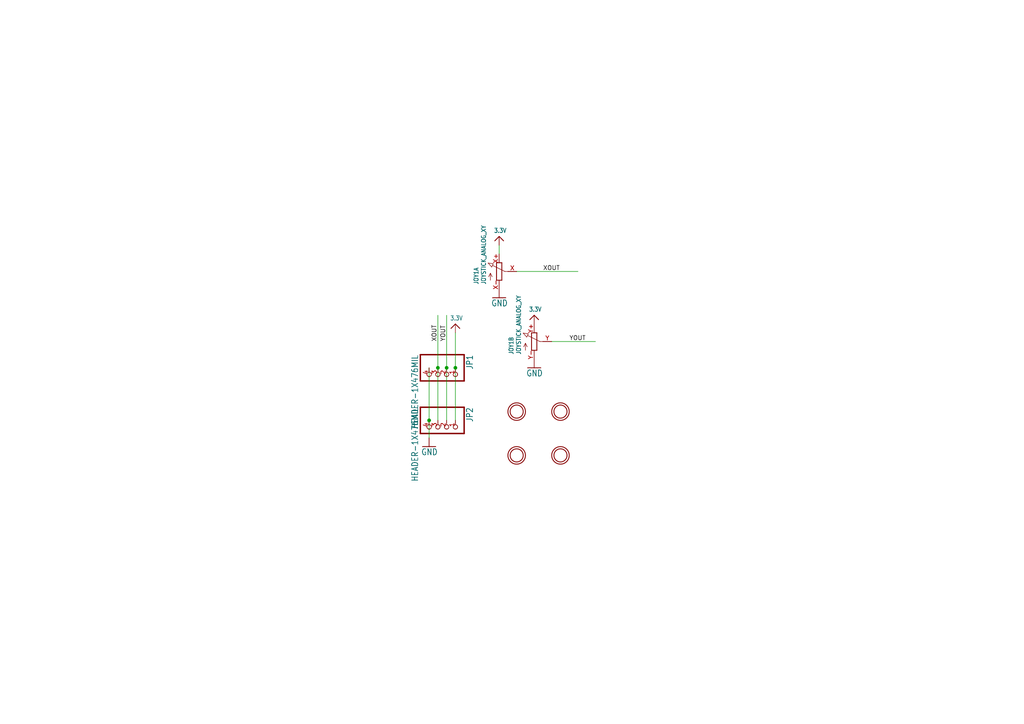
<source format=kicad_sch>
(kicad_sch (version 20211123) (generator eeschema)
  (paper "A4")
  (lib_symbols
    (symbol "eagleSchem-eagle-import:3.3V" (power)
      (property "Value" "3.3V" (at -1.524 1.016 0))
      (symbol "3.3V_1_0"
        (polyline (pts (xy -1.27 -1.27) (xy 0 0)) (stroke (width 0.254)))
        (polyline (pts (xy 0 0) (xy 1.27 -1.27)) (stroke (width 0.254)))
        (pin power_in line (at 0 -2.54 90) (length 2.54) (name "3.3V") (number "1"))
      )
    )
    (symbol "eagleSchem-eagle-import:GND" (power)
      (property "Value" "GND" (at -2.54 -2.54 0))
      (symbol "GND_1_0"
        (polyline (pts (xy -1.905 0) (xy 1.905 0)) (stroke (width 0.254)))
        (pin power_in line (at 0 2.54 270) (length 2.54) (name "GND") (number "1"))
      )
    )
    (symbol "eagleSchem-eagle-import:HEADER-1X476MIL"
      (property "Reference" "JP" (at -6.35 8.255 0))
      (property "Value" "HEADER-1X476MIL" (at -6.35 -7.62 0))
      (symbol "HEADER-1X476MIL_1_0"
        (polyline (pts (xy -6.35 -5.08) (xy 1.27 -5.08)) (stroke (width 0.4064)))
        (polyline (pts (xy -6.35 7.62) (xy -6.35 -5.08)) (stroke (width 0.4064)))
        (polyline (pts (xy 1.27 -5.08) (xy 1.27 7.62)) (stroke (width 0.4064)))
        (polyline (pts (xy 1.27 7.62) (xy -6.35 7.62)) (stroke (width 0.4064)))
        (pin passive inverted (at -2.54 5.08 0) (length 2.54) (name "1") (number "1"))
        (pin passive inverted (at -2.54 2.54 0) (length 2.54) (name "2") (number "2"))
        (pin passive inverted (at -2.54 0 0) (length 2.54) (name "3") (number "3"))
        (pin passive inverted (at -2.54 -2.54 0) (length 2.54) (name "4") (number "4"))
      )
    )
    (symbol "eagleSchem-eagle-import:JOYSTICK_ANALOG_XY"
      (property "Reference" "JOY" (at -5.969 -3.81 90))
      (property "Value" "JOYSTICK_ANALOG_XY" (at -3.81 -3.81 90))
      (symbol "JOYSTICK_ANALOG_XY_1_0"
        (polyline (pts (xy -3.1989 2.4495) (xy -1.7018 2.2352)) (stroke (width 0.1524)))
        (polyline (pts (xy -2.54 -2.54) (xy -2.54 -0.508)) (stroke (width 0.1524)))
        (polyline (pts (xy -2.54 -0.508) (xy -3.048 -1.524)) (stroke (width 0.1524)))
        (polyline (pts (xy -2.54 -0.508) (xy -2.032 -1.524)) (stroke (width 0.1524)))
        (polyline (pts (xy -2.1597 1.2939) (xy -3.1989 2.4495)) (stroke (width 0.1524)))
        (polyline (pts (xy -2.1597 1.2939) (xy -1.7018 2.2352)) (stroke (width 0.1524)))
        (polyline (pts (xy -0.762 -2.54) (xy 0.762 -2.54)) (stroke (width 0.254)))
        (polyline (pts (xy -0.762 2.54) (xy -0.762 -2.54)) (stroke (width 0.254)))
        (polyline (pts (xy 0.762 -2.54) (xy 0.762 2.54)) (stroke (width 0.254)))
        (polyline (pts (xy 0.762 2.54) (xy -0.762 2.54)) (stroke (width 0.254)))
        (polyline (pts (xy 1.651 0) (xy -1.8796 1.7526)) (stroke (width 0.1524)))
        (polyline (pts (xy 2.54 0) (xy 1.651 0)) (stroke (width 0.1524)))
        (pin passive line (at 5.08 0 180) (length 2.54) (name "S") (number "X"))
        (pin passive line (at 0 5.08 270) (length 2.54) (name "E") (number "X+"))
        (pin passive line (at 0 -5.08 90) (length 2.54) (name "A") (number "X-"))
      )
      (symbol "JOYSTICK_ANALOG_XY_2_0"
        (polyline (pts (xy -3.1989 2.4495) (xy -1.7018 2.2352)) (stroke (width 0.1524)))
        (polyline (pts (xy -2.54 -2.54) (xy -2.54 -0.508)) (stroke (width 0.1524)))
        (polyline (pts (xy -2.54 -0.508) (xy -3.048 -1.524)) (stroke (width 0.1524)))
        (polyline (pts (xy -2.54 -0.508) (xy -2.032 -1.524)) (stroke (width 0.1524)))
        (polyline (pts (xy -2.1597 1.2939) (xy -3.1989 2.4495)) (stroke (width 0.1524)))
        (polyline (pts (xy -2.1597 1.2939) (xy -1.7018 2.2352)) (stroke (width 0.1524)))
        (polyline (pts (xy -0.762 -2.54) (xy 0.762 -2.54)) (stroke (width 0.254)))
        (polyline (pts (xy -0.762 2.54) (xy -0.762 -2.54)) (stroke (width 0.254)))
        (polyline (pts (xy 0.762 -2.54) (xy 0.762 2.54)) (stroke (width 0.254)))
        (polyline (pts (xy 0.762 2.54) (xy -0.762 2.54)) (stroke (width 0.254)))
        (polyline (pts (xy 1.651 0) (xy -1.8796 1.7526)) (stroke (width 0.1524)))
        (polyline (pts (xy 2.54 0) (xy 1.651 0)) (stroke (width 0.1524)))
        (pin passive line (at 5.08 0 180) (length 2.54) (name "S") (number "Y"))
        (pin passive line (at 0 5.08 270) (length 2.54) (name "E") (number "Y+"))
        (pin passive line (at 0 -5.08 90) (length 2.54) (name "A") (number "Y-"))
      )
    )
    (symbol "eagleSchem-eagle-import:MOUNTINGHOLE2.0"
      (symbol "MOUNTINGHOLE2.0_1_0"
        (circle (center 0 0) (radius 1.905) (stroke (width 0.254)))
        (circle (center 0 0) (radius 2.54) (stroke (width 0.254)))
      )
    )
  )
  (junction (at 127 106.68))
  (junction (at 124.46 121.92))
  (junction (at 132.08 106.68))
  (junction (at 129.54 106.68))
  (wire (pts (xy 132.08 106.68) (xy 132.08 121.92)))
  (wire (pts (xy 127 106.68) (xy 127 91.44)))
  (wire (pts (xy 129.54 91.44) (xy 129.54 106.68)))
  (wire (pts (xy 132.08 96.52) (xy 132.08 106.68)))
  (wire (pts (xy 149.86 78.74) (xy 167.64 78.74)))
  (wire (pts (xy 144.78 71.12) (xy 144.78 73.66)))
  (wire (pts (xy 127 106.68) (xy 127 121.92)))
  (wire (pts (xy 160.02 99.06) (xy 172.72 99.06)))
  (wire (pts (xy 124.46 106.68) (xy 124.46 121.92)))
  (wire (pts (xy 124.46 121.92) (xy 124.46 127)))
  (wire (pts (xy 129.54 121.92) (xy 129.54 106.68)))
  (label "YOUT" (at 165.1 99.06 0) (effects (font (size 1.2446 1.2446))))
  (label "XOUT" (at 127 99.06 90) (effects (font (size 1.2446 1.2446))))
  (label "YOUT" (at 129.54 99.06 90) (effects (font (size 1.2446 1.2446))))
  (label "XOUT" (at 157.48 78.74 0) (effects (font (size 1.2446 1.2446))))
  (symbol (lib_id "eagleSchem-eagle-import:MOUNTINGHOLE2.0") (at 149.86 119.38 0) (unit 1)
    (property "Reference" "U$5" (effects hide))
    (property "Value" "MOUNTINGHOLE2.0" (effects hide))
    (property "Footprint" "eagleSchem:MOUNTINGHOLE_2.0_PLATED" (effects hide))
  )
  (symbol (lib_id "eagleSchem-eagle-import:HEADER-1X476MIL") (at 127 109.22 270) (unit 1)
    (property "Reference" "JP1" (at 135.255 102.87 0) (effects (font (size 1.778 1.5113)) (justify left bottom)))
    (property "Value" "HEADER-1X476MIL" (at 119.38 102.87 0) (effects (font (size 1.778 1.5113)) (justify left bottom)))
    (property "Footprint" "eagleSchem:1X04_ROUND_76" (effects hide))
  )
  (symbol (lib_id "eagleSchem-eagle-import:MOUNTINGHOLE2.0") (at 149.86 132.08 0) (unit 1)
    (property "Reference" "U$6" (effects hide))
    (property "Value" "MOUNTINGHOLE2.0" (effects hide))
    (property "Footprint" "eagleSchem:MOUNTINGHOLE_2.0_PLATED" (effects hide))
  )
  (symbol (lib_id "eagleSchem-eagle-import:GND") (at 124.46 129.54 0) (mirror y) (unit 1)
    (property "Reference" "#GND2" (effects hide))
    (property "Value" "GND" (at 127 132.08 0) (effects (font (size 1.778 1.5113)) (justify left bottom)))
    (property "Footprint" "eagleSchem:" (effects hide))
  )
  (symbol (lib_id "eagleSchem-eagle-import:3.3V") (at 144.78 68.58 0) (unit 1)
    (property "Reference" "#U$3" (effects hide))
    (property "Value" "3.3V" (at 143.256 67.564 0) (effects (font (size 1.27 1.0795)) (justify left bottom)))
    (property "Footprint" "eagleSchem:" (effects hide))
  )
  (symbol (lib_id "eagleSchem-eagle-import:HEADER-1X476MIL") (at 127 124.46 270) (unit 1)
    (property "Reference" "JP2" (at 135.255 118.11 0) (effects (font (size 1.778 1.5113)) (justify left bottom)))
    (property "Value" "HEADER-1X476MIL" (at 119.38 118.11 0) (effects (font (size 1.778 1.5113)) (justify left bottom)))
    (property "Footprint" "eagleSchem:1X04_ROUND_76" (effects hide))
  )
  (symbol (lib_id "eagleSchem-eagle-import:MOUNTINGHOLE2.0") (at 162.56 132.08 0) (unit 1)
    (property "Reference" "U$1" (effects hide))
    (property "Value" "MOUNTINGHOLE2.0" (effects hide))
    (property "Footprint" "eagleSchem:MOUNTINGHOLE_2.0_PLATED" (effects hide))
  )
  (symbol (lib_id "eagleSchem-eagle-import:GND") (at 154.94 106.68 0) (mirror y) (unit 1)
    (property "Reference" "#GND4" (effects hide))
    (property "Value" "GND" (at 157.48 109.22 0) (effects (font (size 1.778 1.5113)) (justify left bottom)))
    (property "Footprint" "eagleSchem:" (effects hide))
  )
  (symbol (lib_id "eagleSchem-eagle-import:JOYSTICK_ANALOG_XY") (at 144.78 78.74 0) (unit 1)
    (property "Reference" "JOY1" (at 138.811 82.55 90) (effects (font (size 1.27 1.0795)) (justify left bottom)))
    (property "Value" "JOYSTICK_ANALOG_XY" (at 140.97 82.55 90) (effects (font (size 1.27 1.0795)) (justify left bottom)))
    (property "Footprint" "eagleSchem:JOYSTICK_ANALOG_MINITHM" (effects hide))
  )
  (symbol (lib_id "eagleSchem-eagle-import:MOUNTINGHOLE2.0") (at 162.56 119.38 0) (unit 1)
    (property "Reference" "U$4" (effects hide))
    (property "Value" "MOUNTINGHOLE2.0" (effects hide))
    (property "Footprint" "eagleSchem:MOUNTINGHOLE_2.0_PLATED" (effects hide))
  )
  (symbol (lib_id "eagleSchem-eagle-import:3.3V") (at 154.94 91.44 0) (unit 1)
    (property "Reference" "#U$2" (effects hide))
    (property "Value" "3.3V" (at 153.416 90.424 0) (effects (font (size 1.27 1.0795)) (justify left bottom)))
    (property "Footprint" "eagleSchem:" (effects hide))
  )
  (symbol (lib_id "eagleSchem-eagle-import:JOYSTICK_ANALOG_XY") (at 154.94 99.06 0) (unit 2)
    (property "Reference" "JOY1" (at 148.971 102.87 90) (effects (font (size 1.27 1.0795)) (justify left bottom)))
    (property "Value" "JOYSTICK_ANALOG_XY" (at 151.13 102.87 90) (effects (font (size 1.27 1.0795)) (justify left bottom)))
    (property "Footprint" "eagleSchem:JOYSTICK_ANALOG_MINITHM" (effects hide))
  )
  (symbol (lib_id "eagleSchem-eagle-import:GND") (at 144.78 86.36 0) (mirror y) (unit 1)
    (property "Reference" "#GND1" (effects hide))
    (property "Value" "GND" (at 147.32 88.9 0) (effects (font (size 1.778 1.5113)) (justify left bottom)))
    (property "Footprint" "eagleSchem:" (effects hide))
  )
  (symbol (lib_id "eagleSchem-eagle-import:3.3V") (at 132.08 93.98 0) (unit 1)
    (property "Reference" "#U$7" (effects hide))
    (property "Value" "3.3V" (at 130.556 92.964 0) (effects (font (size 1.27 1.0795)) (justify left bottom)))
    (property "Footprint" "eagleSchem:" (effects hide))
  )
)
</source>
